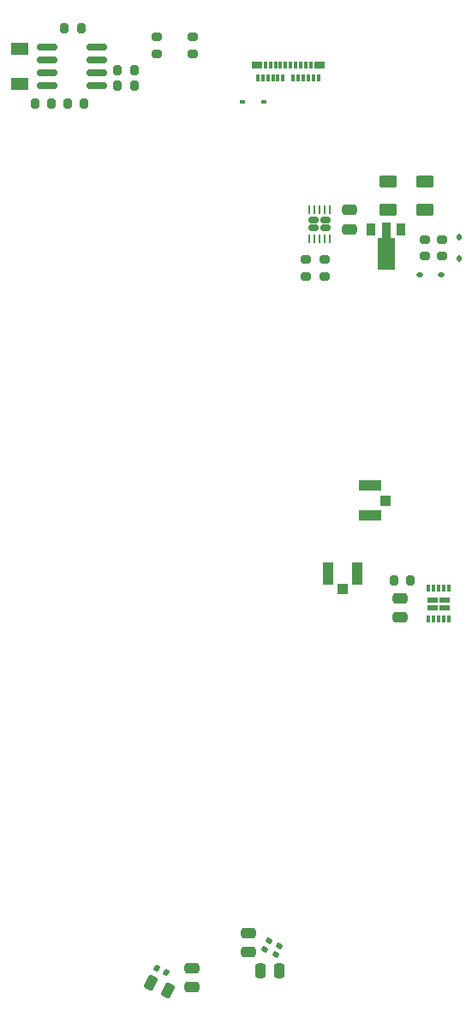
<source format=gbr>
%TF.GenerationSoftware,KiCad,Pcbnew,8.0.3+dfsg-1*%
%TF.CreationDate,2024-06-23T20:26:21+01:00*%
%TF.ProjectId,low-noise-power-probe-panel,6c6f772d-6e6f-4697-9365-2d706f776572,rev?*%
%TF.SameCoordinates,Original*%
%TF.FileFunction,Paste,Top*%
%TF.FilePolarity,Positive*%
%FSLAX46Y46*%
G04 Gerber Fmt 4.6, Leading zero omitted, Abs format (unit mm)*
G04 Created by KiCad (PCBNEW 8.0.3+dfsg-1) date 2024-06-23 20:26:21*
%MOMM*%
%LPD*%
G01*
G04 APERTURE LIST*
G04 Aperture macros list*
%AMRoundRect*
0 Rectangle with rounded corners*
0 $1 Rounding radius*
0 $2 $3 $4 $5 $6 $7 $8 $9 X,Y pos of 4 corners*
0 Add a 4 corners polygon primitive as box body*
4,1,4,$2,$3,$4,$5,$6,$7,$8,$9,$2,$3,0*
0 Add four circle primitives for the rounded corners*
1,1,$1+$1,$2,$3*
1,1,$1+$1,$4,$5*
1,1,$1+$1,$6,$7*
1,1,$1+$1,$8,$9*
0 Add four rect primitives between the rounded corners*
20,1,$1+$1,$2,$3,$4,$5,0*
20,1,$1+$1,$4,$5,$6,$7,0*
20,1,$1+$1,$6,$7,$8,$9,0*
20,1,$1+$1,$8,$9,$2,$3,0*%
%AMFreePoly0*
4,1,9,3.862500,-0.866500,0.737500,-0.866500,0.737500,-0.450000,-0.737500,-0.450000,-0.737500,0.450000,0.737500,0.450000,0.737500,0.866500,3.862500,0.866500,3.862500,-0.866500,3.862500,-0.866500,$1*%
G04 Aperture macros list end*
%ADD10RoundRect,0.250000X-0.475000X0.250000X-0.475000X-0.250000X0.475000X-0.250000X0.475000X0.250000X0*%
%ADD11R,1.050000X2.200000*%
%ADD12R,1.000000X1.050000*%
%ADD13R,0.300000X0.700000*%
%ADD14R,1.000000X0.700000*%
%ADD15RoundRect,0.140000X0.094906X-0.198728X0.213239X0.055038X-0.094906X0.198728X-0.213239X-0.055038X0*%
%ADD16RoundRect,0.200000X0.275000X-0.200000X0.275000X0.200000X-0.275000X0.200000X-0.275000X-0.200000X0*%
%ADD17RoundRect,0.250000X-0.625000X0.375000X-0.625000X-0.375000X0.625000X-0.375000X0.625000X0.375000X0*%
%ADD18RoundRect,0.250000X-0.427321X-0.324842X0.025833X-0.536151X0.427321X0.324842X-0.025833X0.536151X0*%
%ADD19RoundRect,0.167500X-0.312500X0.167500X-0.312500X-0.167500X0.312500X-0.167500X0.312500X0.167500X0*%
%ADD20RoundRect,0.062500X-0.062500X0.362500X-0.062500X-0.362500X0.062500X-0.362500X0.062500X0.362500X0*%
%ADD21RoundRect,0.200000X-0.275000X0.200000X-0.275000X-0.200000X0.275000X-0.200000X0.275000X0.200000X0*%
%ADD22R,1.700000X1.300000*%
%ADD23RoundRect,0.200000X0.200000X0.275000X-0.200000X0.275000X-0.200000X-0.275000X0.200000X-0.275000X0*%
%ADD24RoundRect,0.112500X0.112500X-0.187500X0.112500X0.187500X-0.112500X0.187500X-0.112500X-0.187500X0*%
%ADD25RoundRect,0.200000X-0.200000X-0.275000X0.200000X-0.275000X0.200000X0.275000X-0.200000X0.275000X0*%
%ADD26R,0.600000X0.450000*%
%ADD27RoundRect,0.140000X0.198728X0.094906X-0.055038X0.213239X-0.198728X-0.094906X0.055038X-0.213239X0*%
%ADD28RoundRect,0.250000X0.475000X-0.250000X0.475000X0.250000X-0.475000X0.250000X-0.475000X-0.250000X0*%
%ADD29R,2.200000X1.050000*%
%ADD30R,1.050000X1.000000*%
%ADD31R,0.900000X1.300000*%
%ADD32FreePoly0,270.000000*%
%ADD33RoundRect,0.112500X0.187500X0.112500X-0.187500X0.112500X-0.187500X-0.112500X0.187500X-0.112500X0*%
%ADD34RoundRect,0.250000X-0.250000X-0.475000X0.250000X-0.475000X0.250000X0.475000X-0.250000X0.475000X0*%
%ADD35RoundRect,0.150000X-0.825000X-0.150000X0.825000X-0.150000X0.825000X0.150000X-0.825000X0.150000X0*%
%ADD36R,1.050000X0.600000*%
%ADD37R,0.300000X0.650000*%
G04 APERTURE END LIST*
D10*
%TO.C,C14*%
X227150000Y-45550000D03*
X227150000Y-47450000D03*
%TD*%
D11*
%TO.C,TP17*%
X227975000Y-81555000D03*
X225025000Y-81555000D03*
D12*
X226500000Y-83080000D03*
%TD*%
D13*
%TO.C,J4*%
X224109483Y-32535000D03*
X223609483Y-32535000D03*
X223109483Y-32535000D03*
X222609483Y-32535000D03*
X222109483Y-32535000D03*
X221609483Y-32535000D03*
X220609483Y-32535000D03*
X220109483Y-32535000D03*
X219609483Y-32535000D03*
X219109483Y-32535000D03*
X218609483Y-32535000D03*
X218109483Y-32535000D03*
D14*
X218009483Y-31235000D03*
D13*
X218859483Y-31235000D03*
X219359483Y-31235000D03*
X219859483Y-31235000D03*
X220359483Y-31235000D03*
X220859483Y-31235000D03*
X221359483Y-31235000D03*
X221859483Y-31235000D03*
X222359483Y-31235000D03*
X222859483Y-31235000D03*
X223359483Y-31235000D03*
D14*
X224209483Y-31235000D03*
%TD*%
D15*
%TO.C,C24*%
X218797143Y-118710028D03*
X219202857Y-117839972D03*
%TD*%
D16*
%TO.C,R12*%
X234600000Y-50125000D03*
X234600000Y-48475000D03*
%TD*%
D17*
%TO.C,F2*%
X231000000Y-42775000D03*
X231000000Y-45575000D03*
%TD*%
D18*
%TO.C,C27*%
X207539009Y-121973513D03*
X209260991Y-122776487D03*
%TD*%
D19*
%TO.C,U6*%
X224795000Y-46540000D03*
X223605000Y-46540000D03*
X224795000Y-47360000D03*
X223605000Y-47360000D03*
D20*
X225200000Y-45500000D03*
X224700000Y-45500000D03*
X224200000Y-45500000D03*
X223700000Y-45500000D03*
X223200000Y-45500000D03*
X223200000Y-48400000D03*
X223700000Y-48400000D03*
X224200000Y-48400000D03*
X224700000Y-48400000D03*
X225200000Y-48400000D03*
%TD*%
D21*
%TO.C,R13*%
X224700000Y-50475000D03*
X224700000Y-52125000D03*
%TD*%
D22*
%TO.C,D2*%
X194600000Y-29625000D03*
X194600000Y-33125000D03*
%TD*%
D23*
%TO.C,R9*%
X233225000Y-82200000D03*
X231575000Y-82200000D03*
%TD*%
D24*
%TO.C,D7*%
X238000000Y-50325000D03*
X238000000Y-48225000D03*
%TD*%
D15*
%TO.C,C4*%
X219872143Y-119210028D03*
X220277857Y-118339972D03*
%TD*%
D25*
%TO.C,R18*%
X204250000Y-33275000D03*
X205900000Y-33275000D03*
%TD*%
D26*
%TO.C,D14*%
X218700000Y-34875000D03*
X216600000Y-34875000D03*
%TD*%
D21*
%TO.C,R8*%
X211650000Y-28450000D03*
X211650000Y-30100000D03*
%TD*%
%TO.C,R10*%
X236300000Y-48475000D03*
X236300000Y-50125000D03*
%TD*%
D27*
%TO.C,C21*%
X209035028Y-120977857D03*
X208164972Y-120572143D03*
%TD*%
D23*
%TO.C,R23*%
X200650000Y-27625000D03*
X199000000Y-27625000D03*
%TD*%
D28*
%TO.C,C28*%
X211600000Y-122425000D03*
X211600000Y-120525000D03*
%TD*%
D10*
%TO.C,C29*%
X217200000Y-117075000D03*
X217200000Y-118975000D03*
%TD*%
D29*
%TO.C,TP16*%
X229200000Y-72825000D03*
X229200000Y-75775000D03*
D30*
X230725000Y-74300000D03*
%TD*%
D17*
%TO.C,F1*%
X234600000Y-42775000D03*
X234600000Y-45575000D03*
%TD*%
D23*
%TO.C,R22*%
X200950000Y-35025000D03*
X199300000Y-35025000D03*
%TD*%
D21*
%TO.C,R14*%
X222900000Y-50475000D03*
X222900000Y-52125000D03*
%TD*%
D28*
%TO.C,C9*%
X232200000Y-85850000D03*
X232200000Y-83950000D03*
%TD*%
D31*
%TO.C,Q1*%
X232300000Y-47500000D03*
D32*
X230800000Y-47587500D03*
D31*
X229300000Y-47500000D03*
%TD*%
D33*
%TO.C,D8*%
X236250000Y-51975000D03*
X234150000Y-51975000D03*
%TD*%
D34*
%TO.C,C30*%
X218350000Y-120825000D03*
X220250000Y-120825000D03*
%TD*%
D35*
%TO.C,U8*%
X197275000Y-29470000D03*
X197275000Y-30740000D03*
X197275000Y-32010000D03*
X197275000Y-33280000D03*
X202225000Y-33280000D03*
X202225000Y-32010000D03*
X202225000Y-30740000D03*
X202225000Y-29470000D03*
%TD*%
D25*
%TO.C,R19*%
X204250000Y-31725000D03*
X205900000Y-31725000D03*
%TD*%
D23*
%TO.C,R24*%
X197750000Y-35025000D03*
X196100000Y-35025000D03*
%TD*%
D16*
%TO.C,R21*%
X208125000Y-30125000D03*
X208125000Y-28475000D03*
%TD*%
D36*
%TO.C,U4*%
X235380000Y-84887500D03*
X236620000Y-84887500D03*
X235380000Y-84112500D03*
X236620000Y-84112500D03*
D37*
X235000000Y-86050000D03*
X235500000Y-86050000D03*
X236000000Y-86050000D03*
X236500000Y-86050000D03*
X237000000Y-86050000D03*
X237000000Y-82950000D03*
X236500000Y-82950000D03*
X236000000Y-82950000D03*
X235500000Y-82950000D03*
X235000000Y-82950000D03*
%TD*%
M02*

</source>
